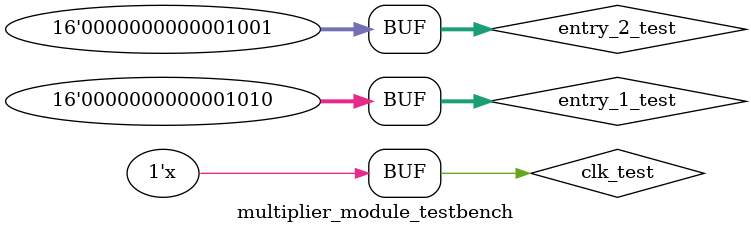
<source format=v>
module multiplier_module_testbench;

/*
 * We define the type of the entries and outputs
 */
reg clk_test;
reg [15:0] entry_1_test;
reg [15:0] entry_2_test;
wire [31:0] output_1_test;


/*
 * We instantiate the device under test
 * 
 */
	
multiplier_module DUT(.clk(clk_test), .entry_1(entry_1_test), .entry_2(entry_2_test), 
						.output_1(output_1_test));
						

/*
 * Test vector generator
 * 
 */
 
initial begin

clk_test = 1'b0;
entry_1_test = 16'h0000;
entry_2_test = 16'h0000;

#100
entry_1_test = 16'd20;
entry_2_test = 16'd20;

#200
entry_1_test = 16'd5;
entry_2_test = 16'd5;

#200
entry_1_test = 16'd10;
entry_2_test = 16'd9;

end


/*
 * Clock generation
 * 
 */
always
 #100  clk_test =  !clk_test;
 
 

endmodule // end multiplier_module_testbench
</source>
